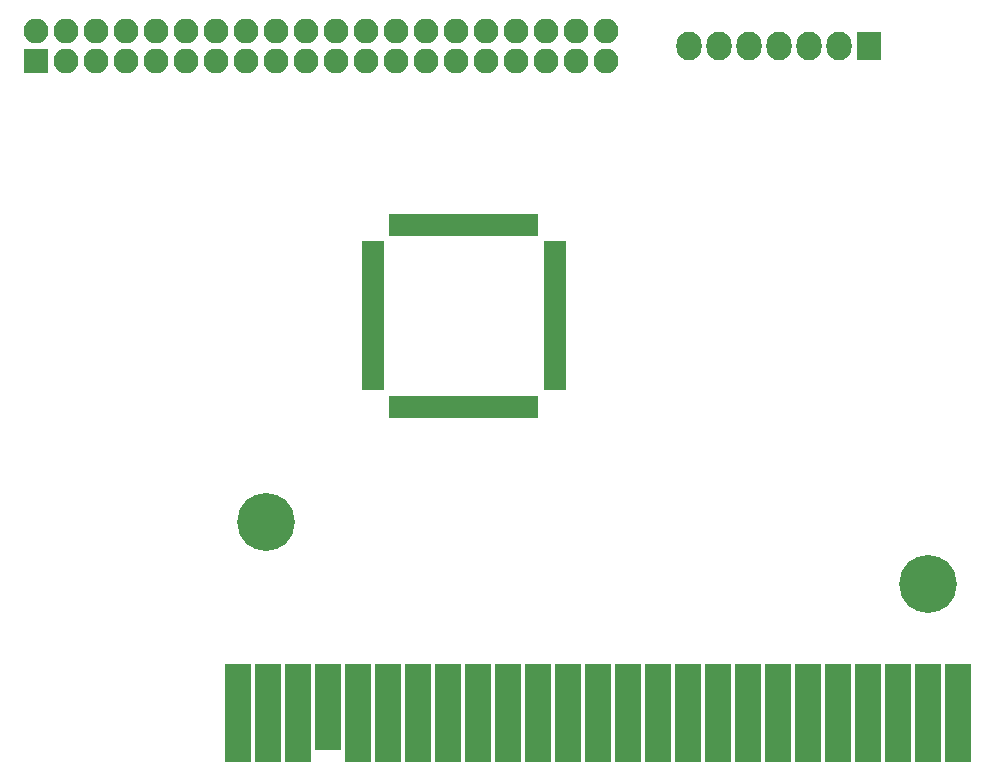
<source format=gbr>
G04 #@! TF.FileFunction,Soldermask,Top*
%FSLAX46Y46*%
G04 Gerber Fmt 4.6, Leading zero omitted, Abs format (unit mm)*
G04 Created by KiCad (PCBNEW 4.0.7) date 09/11/18 07:06:58*
%MOMM*%
%LPD*%
G01*
G04 APERTURE LIST*
%ADD10C,0.100000*%
%ADD11R,1.900000X0.700000*%
%ADD12R,0.700000X1.900000*%
%ADD13R,2.127200X2.432000*%
%ADD14O,2.127200X2.432000*%
%ADD15C,4.900000*%
%ADD16R,2.200000X8.400000*%
%ADD17R,2.200000X7.400000*%
%ADD18R,2.100000X2.100000*%
%ADD19O,2.100000X2.100000*%
G04 APERTURE END LIST*
D10*
D11*
X138350000Y-70200000D03*
X138350000Y-70700000D03*
X138350000Y-71200000D03*
X138350000Y-71700000D03*
X138350000Y-72200000D03*
X138350000Y-72700000D03*
X138350000Y-73200000D03*
X138350000Y-73700000D03*
X138350000Y-74200000D03*
X138350000Y-74700000D03*
X138350000Y-75200000D03*
X138350000Y-75700000D03*
X138350000Y-76200000D03*
X138350000Y-76700000D03*
X138350000Y-77200000D03*
X138350000Y-77700000D03*
X138350000Y-78200000D03*
X138350000Y-78700000D03*
X138350000Y-79200000D03*
X138350000Y-79700000D03*
X138350000Y-80200000D03*
X138350000Y-80700000D03*
X138350000Y-81200000D03*
X138350000Y-81700000D03*
X138350000Y-82200000D03*
D12*
X140050000Y-83900000D03*
X140550000Y-83900000D03*
X141050000Y-83900000D03*
X141550000Y-83900000D03*
X142050000Y-83900000D03*
X142550000Y-83900000D03*
X143050000Y-83900000D03*
X143550000Y-83900000D03*
X144050000Y-83900000D03*
X144550000Y-83900000D03*
X145050000Y-83900000D03*
X145550000Y-83900000D03*
X146050000Y-83900000D03*
X146550000Y-83900000D03*
X147050000Y-83900000D03*
X147550000Y-83900000D03*
X148050000Y-83900000D03*
X148550000Y-83900000D03*
X149050000Y-83900000D03*
X149550000Y-83900000D03*
X150050000Y-83900000D03*
X150550000Y-83900000D03*
X151050000Y-83900000D03*
X151550000Y-83900000D03*
X152050000Y-83900000D03*
D11*
X153750000Y-82200000D03*
X153750000Y-81700000D03*
X153750000Y-81200000D03*
X153750000Y-80700000D03*
X153750000Y-80200000D03*
X153750000Y-79700000D03*
X153750000Y-79200000D03*
X153750000Y-78700000D03*
X153750000Y-78200000D03*
X153750000Y-77700000D03*
X153750000Y-77200000D03*
X153750000Y-76700000D03*
X153750000Y-76200000D03*
X153750000Y-75700000D03*
X153750000Y-75200000D03*
X153750000Y-74700000D03*
X153750000Y-74200000D03*
X153750000Y-73700000D03*
X153750000Y-73200000D03*
X153750000Y-72700000D03*
X153750000Y-72200000D03*
X153750000Y-71700000D03*
X153750000Y-71200000D03*
X153750000Y-70700000D03*
X153750000Y-70200000D03*
D12*
X152050000Y-68500000D03*
X151550000Y-68500000D03*
X151050000Y-68500000D03*
X150550000Y-68500000D03*
X150050000Y-68500000D03*
X149550000Y-68500000D03*
X149050000Y-68500000D03*
X148550000Y-68500000D03*
X148050000Y-68500000D03*
X147550000Y-68500000D03*
X147050000Y-68500000D03*
X146550000Y-68500000D03*
X146050000Y-68500000D03*
X145550000Y-68500000D03*
X145050000Y-68500000D03*
X144550000Y-68500000D03*
X144050000Y-68500000D03*
X143550000Y-68500000D03*
X143050000Y-68500000D03*
X142550000Y-68500000D03*
X142050000Y-68500000D03*
X141550000Y-68500000D03*
X141050000Y-68500000D03*
X140550000Y-68500000D03*
X140050000Y-68500000D03*
D13*
X180340000Y-53340000D03*
D14*
X177800000Y-53340000D03*
X175260000Y-53340000D03*
X172720000Y-53340000D03*
X170180000Y-53340000D03*
X167640000Y-53340000D03*
X165100000Y-53340000D03*
D15*
X185333640Y-98897440D03*
D16*
X187949840Y-109827440D03*
X185409840Y-109827440D03*
X182869840Y-109827440D03*
X180329840Y-109827440D03*
X177789840Y-109827440D03*
X175249840Y-109827440D03*
X172709840Y-109827440D03*
X170169840Y-109827440D03*
X167629840Y-109827440D03*
X165089840Y-109827440D03*
X162549840Y-109827440D03*
X160009840Y-109827440D03*
X157469840Y-109827440D03*
X154929840Y-109827440D03*
X152389840Y-109827440D03*
X149849840Y-109827440D03*
X147309840Y-109827440D03*
X144769840Y-109827440D03*
X142229840Y-109827440D03*
X139689840Y-109827440D03*
X137149840Y-109827440D03*
D17*
X134604760Y-109334680D03*
D16*
X132069840Y-109827440D03*
X129529840Y-109827440D03*
X126989840Y-109827440D03*
D15*
X129334260Y-93695520D03*
D18*
X109855000Y-54610000D03*
D19*
X109855000Y-52070000D03*
X112395000Y-54610000D03*
X112395000Y-52070000D03*
X114935000Y-54610000D03*
X114935000Y-52070000D03*
X117475000Y-54610000D03*
X117475000Y-52070000D03*
X120015000Y-54610000D03*
X120015000Y-52070000D03*
X122555000Y-54610000D03*
X122555000Y-52070000D03*
X125095000Y-54610000D03*
X125095000Y-52070000D03*
X127635000Y-54610000D03*
X127635000Y-52070000D03*
X130175000Y-54610000D03*
X130175000Y-52070000D03*
X132715000Y-54610000D03*
X132715000Y-52070000D03*
X135255000Y-54610000D03*
X135255000Y-52070000D03*
X137795000Y-54610000D03*
X137795000Y-52070000D03*
X140335000Y-54610000D03*
X140335000Y-52070000D03*
X142875000Y-54610000D03*
X142875000Y-52070000D03*
X145415000Y-54610000D03*
X145415000Y-52070000D03*
X147955000Y-54610000D03*
X147955000Y-52070000D03*
X150495000Y-54610000D03*
X150495000Y-52070000D03*
X153035000Y-54610000D03*
X153035000Y-52070000D03*
X155575000Y-54610000D03*
X155575000Y-52070000D03*
X158115000Y-54610000D03*
X158115000Y-52070000D03*
M02*

</source>
